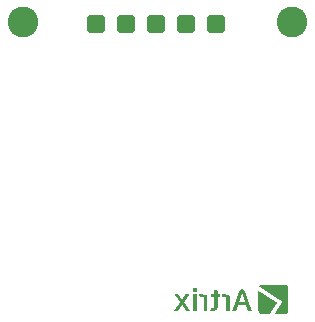
<source format=gbs>
G04*
G04 #@! TF.GenerationSoftware,Altium Limited,Altium Designer,22.5.1 (42)*
G04*
G04 Layer_Color=16711935*
%FSLAX25Y25*%
%MOIN*%
G70*
G04*
G04 #@! TF.SameCoordinates,AC3B2383-AE7F-4156-BF80-1B445AE1BA2C*
G04*
G04*
G04 #@! TF.FilePolarity,Negative*
G04*
G01*
G75*
G04:AMPARAMS|DCode=14|XSize=63.06mil|YSize=63.06mil|CornerRadius=16.76mil|HoleSize=0mil|Usage=FLASHONLY|Rotation=0.000|XOffset=0mil|YOffset=0mil|HoleType=Round|Shape=RoundedRectangle|*
%AMROUNDEDRECTD14*
21,1,0.06306,0.02953,0,0,0.0*
21,1,0.02953,0.06306,0,0,0.0*
1,1,0.03353,0.01476,-0.01476*
1,1,0.03353,-0.01476,-0.01476*
1,1,0.03353,-0.01476,0.01476*
1,1,0.03353,0.01476,0.01476*
%
%ADD14ROUNDEDRECTD14*%
%ADD15C,0.10243*%
G36*
X73635Y21569D02*
X73813D01*
Y21543D01*
X73890D01*
Y21518D01*
X73941D01*
Y21492D01*
X73966D01*
Y21467D01*
X74017D01*
Y21441D01*
X74043D01*
Y21416D01*
X74068D01*
Y21365D01*
X74094D01*
Y21314D01*
X74119D01*
Y21263D01*
X74145D01*
Y21161D01*
X74170D01*
Y20600D01*
X74145D01*
Y20498D01*
X74119D01*
Y20447D01*
X74094D01*
Y20395D01*
X74068D01*
Y20370D01*
X74043D01*
Y20345D01*
X74017D01*
Y20319D01*
X73992D01*
Y20293D01*
X73966D01*
Y20268D01*
X73915D01*
Y20243D01*
X73839D01*
Y20217D01*
X73737D01*
Y20191D01*
X73226D01*
Y20217D01*
X73099D01*
Y20243D01*
X73048D01*
Y20268D01*
X72997D01*
Y20293D01*
X72946D01*
Y20319D01*
X72921D01*
Y20345D01*
X72895D01*
Y20395D01*
X72869D01*
Y20421D01*
X72844D01*
Y20472D01*
X72818D01*
Y20549D01*
X72793D01*
Y20727D01*
X72768D01*
Y21033D01*
X72793D01*
Y21212D01*
X72818D01*
Y21288D01*
X72844D01*
Y21339D01*
X72869D01*
Y21390D01*
X72895D01*
Y21416D01*
X72921D01*
Y21441D01*
X72946D01*
Y21467D01*
X72971D01*
Y21492D01*
X73023D01*
Y21518D01*
X73074D01*
Y21543D01*
X73150D01*
Y21569D01*
X73303D01*
Y21594D01*
X73635D01*
Y21569D01*
D02*
G37*
G36*
X71671Y19375D02*
X71645D01*
Y19350D01*
X71620D01*
Y19299D01*
X71594D01*
Y19273D01*
X71569D01*
Y19248D01*
X71543D01*
Y19197D01*
X71518D01*
Y19171D01*
X71492D01*
Y19120D01*
X71467D01*
Y19095D01*
X71441D01*
Y19044D01*
X71416D01*
Y19018D01*
X71390D01*
Y18993D01*
X71365D01*
Y18942D01*
X71339D01*
Y18916D01*
X71314D01*
Y18865D01*
X71288D01*
Y18840D01*
X71263D01*
Y18789D01*
X71237D01*
Y18763D01*
X71212D01*
Y18712D01*
X71186D01*
Y18687D01*
X71161D01*
Y18661D01*
X71135D01*
Y18610D01*
X71110D01*
Y18585D01*
X71084D01*
Y18534D01*
X71059D01*
Y18508D01*
X71033D01*
Y18457D01*
X71008D01*
Y18432D01*
X70982D01*
Y18406D01*
X70957D01*
Y18355D01*
X70931D01*
Y18330D01*
X70906D01*
Y18279D01*
X70880D01*
Y18253D01*
X70855D01*
Y18202D01*
X70829D01*
Y18177D01*
X70804D01*
Y18126D01*
X70778D01*
Y18100D01*
X70753D01*
Y18075D01*
X70727D01*
Y18024D01*
X70702D01*
Y17998D01*
X70676D01*
Y17947D01*
X70651D01*
Y17922D01*
X70625D01*
Y17871D01*
X70600D01*
Y17845D01*
X70574D01*
Y17794D01*
X70549D01*
Y17769D01*
X70523D01*
Y17743D01*
X70498D01*
Y17692D01*
X70472D01*
Y17667D01*
X70447D01*
Y17616D01*
X70421D01*
Y17590D01*
X70396D01*
Y17539D01*
X70370D01*
Y17514D01*
X70345D01*
Y17488D01*
X70319D01*
Y17437D01*
X70294D01*
Y17412D01*
X70268D01*
Y17361D01*
X70243D01*
Y17335D01*
X70217D01*
Y17284D01*
X70192D01*
Y17259D01*
X70166D01*
Y17233D01*
X70141D01*
Y17182D01*
X70115D01*
Y17157D01*
X70090D01*
Y17106D01*
X70064D01*
Y17080D01*
X70039D01*
Y17029D01*
X70013D01*
Y17004D01*
X69988D01*
Y16978D01*
X69962D01*
Y16927D01*
X69937D01*
Y16902D01*
X69911D01*
Y16851D01*
X69886D01*
Y16800D01*
X69911D01*
Y16749D01*
X69937D01*
Y16723D01*
X69962D01*
Y16672D01*
X69988D01*
Y16646D01*
X70013D01*
Y16596D01*
X70039D01*
Y16570D01*
X70064D01*
Y16544D01*
X70090D01*
Y16493D01*
X70115D01*
Y16468D01*
X70141D01*
Y16417D01*
X70166D01*
Y16391D01*
X70192D01*
Y16341D01*
X70217D01*
Y16315D01*
X70243D01*
Y16289D01*
X70268D01*
Y16239D01*
X70294D01*
Y16213D01*
X70319D01*
Y16162D01*
X70345D01*
Y16137D01*
X70370D01*
Y16111D01*
X70396D01*
Y16060D01*
X70421D01*
Y16035D01*
X70447D01*
Y15983D01*
X70472D01*
Y15958D01*
X70498D01*
Y15907D01*
X70523D01*
Y15881D01*
X70549D01*
Y15856D01*
X70574D01*
Y15805D01*
X70600D01*
Y15779D01*
X70625D01*
Y15728D01*
X70651D01*
Y15703D01*
X70676D01*
Y15652D01*
X70702D01*
Y15626D01*
X70727D01*
Y15601D01*
X70753D01*
Y15550D01*
X70778D01*
Y15524D01*
X70804D01*
Y15473D01*
X70829D01*
Y15448D01*
X70855D01*
Y15397D01*
X70880D01*
Y15371D01*
X70906D01*
Y15346D01*
X70931D01*
Y15295D01*
X70957D01*
Y15269D01*
X70982D01*
Y15218D01*
X71008D01*
Y15193D01*
X71033D01*
Y15142D01*
X71059D01*
Y15116D01*
X71084D01*
Y15091D01*
X71110D01*
Y15040D01*
X71135D01*
Y15014D01*
X71161D01*
Y14963D01*
X71186D01*
Y14938D01*
X71212D01*
Y14887D01*
X71237D01*
Y14861D01*
X71263D01*
Y14836D01*
X71288D01*
Y14785D01*
X71314D01*
Y14759D01*
X71339D01*
Y14708D01*
X71365D01*
Y14683D01*
X71390D01*
Y14632D01*
X71416D01*
Y14606D01*
X71441D01*
Y14581D01*
X71467D01*
Y14530D01*
X71492D01*
Y14504D01*
X71518D01*
Y14453D01*
X71543D01*
Y14428D01*
X71569D01*
Y14377D01*
X71594D01*
Y14351D01*
X71620D01*
Y14326D01*
X71645D01*
Y14275D01*
X71671D01*
Y14249D01*
X71696D01*
Y14198D01*
X71722D01*
Y14173D01*
X71747D01*
Y14147D01*
X71773D01*
Y14096D01*
X71798D01*
Y14071D01*
X71824D01*
Y14020D01*
X70574D01*
Y14045D01*
X70549D01*
Y14071D01*
X70523D01*
Y14122D01*
X70498D01*
Y14147D01*
X70472D01*
Y14198D01*
X70447D01*
Y14224D01*
X70421D01*
Y14275D01*
X70396D01*
Y14300D01*
X70370D01*
Y14351D01*
X70345D01*
Y14377D01*
X70319D01*
Y14428D01*
X70294D01*
Y14453D01*
X70268D01*
Y14504D01*
X70243D01*
Y14530D01*
X70217D01*
Y14581D01*
X70192D01*
Y14606D01*
X70166D01*
Y14657D01*
X70141D01*
Y14683D01*
X70115D01*
Y14734D01*
X70090D01*
Y14759D01*
X70064D01*
Y14810D01*
X70039D01*
Y14836D01*
X70013D01*
Y14887D01*
X69988D01*
Y14912D01*
X69962D01*
Y14963D01*
X69937D01*
Y14989D01*
X69911D01*
Y15040D01*
X69886D01*
Y15065D01*
X69860D01*
Y15116D01*
X69835D01*
Y15142D01*
X69809D01*
Y15193D01*
X69784D01*
Y15218D01*
X69758D01*
Y15269D01*
X69733D01*
Y15295D01*
X69707D01*
Y15346D01*
X69682D01*
Y15371D01*
X69656D01*
Y15422D01*
X69631D01*
Y15448D01*
X69605D01*
Y15499D01*
X69580D01*
Y15524D01*
X69554D01*
Y15575D01*
X69529D01*
Y15601D01*
X69503D01*
Y15652D01*
X69477D01*
Y15677D01*
X69452D01*
Y15728D01*
X69427D01*
Y15754D01*
X69401D01*
Y15805D01*
X69375D01*
Y15856D01*
X69350D01*
Y15881D01*
X69324D01*
Y15933D01*
X69299D01*
Y15958D01*
X69248D01*
Y15907D01*
X69222D01*
Y15881D01*
X69197D01*
Y15830D01*
X69172D01*
Y15805D01*
X69146D01*
Y15754D01*
X69121D01*
Y15728D01*
X69095D01*
Y15677D01*
X69069D01*
Y15652D01*
X69044D01*
Y15601D01*
X69019D01*
Y15575D01*
X68993D01*
Y15524D01*
X68967D01*
Y15499D01*
X68942D01*
Y15448D01*
X68916D01*
Y15422D01*
X68891D01*
Y15371D01*
X68866D01*
Y15346D01*
X68840D01*
Y15295D01*
X68814D01*
Y15269D01*
X68789D01*
Y15218D01*
X68764D01*
Y15193D01*
X68738D01*
Y15142D01*
X68713D01*
Y15116D01*
X68687D01*
Y15091D01*
X68661D01*
Y15040D01*
X68636D01*
Y15014D01*
X68610D01*
Y14963D01*
X68585D01*
Y14938D01*
X68559D01*
Y14887D01*
X68534D01*
Y14861D01*
X68508D01*
Y14810D01*
X68483D01*
Y14785D01*
X68457D01*
Y14734D01*
X68432D01*
Y14708D01*
X68406D01*
Y14657D01*
X68381D01*
Y14632D01*
X68355D01*
Y14581D01*
X68330D01*
Y14555D01*
X68304D01*
Y14504D01*
X68279D01*
Y14479D01*
X68253D01*
Y14428D01*
X68228D01*
Y14402D01*
X68202D01*
Y14351D01*
X68177D01*
Y14326D01*
X68151D01*
Y14275D01*
X68126D01*
Y14249D01*
X68100D01*
Y14198D01*
X68075D01*
Y14173D01*
X68049D01*
Y14122D01*
X68024D01*
Y14096D01*
X67998D01*
Y14045D01*
X67973D01*
Y14020D01*
X66621D01*
Y14071D01*
X66647D01*
Y14096D01*
X66672D01*
Y14122D01*
X66698D01*
Y14173D01*
X66723D01*
Y14198D01*
X66749D01*
Y14249D01*
X66774D01*
Y14275D01*
X66800D01*
Y14326D01*
X66825D01*
Y14351D01*
X66851D01*
Y14377D01*
X66876D01*
Y14428D01*
X66902D01*
Y14453D01*
X66927D01*
Y14504D01*
X66953D01*
Y14530D01*
X66978D01*
Y14581D01*
X67004D01*
Y14606D01*
X67029D01*
Y14632D01*
X67055D01*
Y14683D01*
X67080D01*
Y14708D01*
X67106D01*
Y14759D01*
X67131D01*
Y14785D01*
X67157D01*
Y14836D01*
X67182D01*
Y14861D01*
X67208D01*
Y14912D01*
X67233D01*
Y14938D01*
X67259D01*
Y14963D01*
X67284D01*
Y15014D01*
X67310D01*
Y15040D01*
X67335D01*
Y15091D01*
X67361D01*
Y15116D01*
X67386D01*
Y15167D01*
X67412D01*
Y15193D01*
X67437D01*
Y15218D01*
X67463D01*
Y15269D01*
X67488D01*
Y15295D01*
X67514D01*
Y15346D01*
X67539D01*
Y15371D01*
X67565D01*
Y15397D01*
X67590D01*
Y15448D01*
X67616D01*
Y15473D01*
X67641D01*
Y15524D01*
X67667D01*
Y15550D01*
X67692D01*
Y15601D01*
X67718D01*
Y15626D01*
X67743D01*
Y15652D01*
X67769D01*
Y15703D01*
X67794D01*
Y15728D01*
X67820D01*
Y15779D01*
X67845D01*
Y15805D01*
X67871D01*
Y15856D01*
X67896D01*
Y15881D01*
X67922D01*
Y15907D01*
X67947D01*
Y15958D01*
X67973D01*
Y15983D01*
X67998D01*
Y16035D01*
X68024D01*
Y16060D01*
X68049D01*
Y16111D01*
X68075D01*
Y16137D01*
X68100D01*
Y16162D01*
X68126D01*
Y16213D01*
X68151D01*
Y16239D01*
X68177D01*
Y16289D01*
X68202D01*
Y16315D01*
X68228D01*
Y16366D01*
X68253D01*
Y16391D01*
X68279D01*
Y16417D01*
X68304D01*
Y16468D01*
X68330D01*
Y16493D01*
X68355D01*
Y16544D01*
X68381D01*
Y16570D01*
X68406D01*
Y16621D01*
X68432D01*
Y16646D01*
X68457D01*
Y16672D01*
X68483D01*
Y16723D01*
X68508D01*
Y16749D01*
X68534D01*
Y16800D01*
X68559D01*
Y16825D01*
X68585D01*
Y16851D01*
X68559D01*
Y16902D01*
X68534D01*
Y16927D01*
X68508D01*
Y16978D01*
X68483D01*
Y17004D01*
X68457D01*
Y17055D01*
X68432D01*
Y17080D01*
X68406D01*
Y17106D01*
X68381D01*
Y17157D01*
X68355D01*
Y17182D01*
X68330D01*
Y17233D01*
X68304D01*
Y17259D01*
X68279D01*
Y17310D01*
X68253D01*
Y17335D01*
X68228D01*
Y17386D01*
X68202D01*
Y17412D01*
X68177D01*
Y17437D01*
X68151D01*
Y17488D01*
X68126D01*
Y17514D01*
X68100D01*
Y17565D01*
X68075D01*
Y17590D01*
X68049D01*
Y17641D01*
X68024D01*
Y17667D01*
X67998D01*
Y17692D01*
X67973D01*
Y17743D01*
X67947D01*
Y17769D01*
X67922D01*
Y17820D01*
X67896D01*
Y17845D01*
X67871D01*
Y17871D01*
X67845D01*
Y17922D01*
X67820D01*
Y17947D01*
X67794D01*
Y17998D01*
X67769D01*
Y18024D01*
X67743D01*
Y18075D01*
X67718D01*
Y18100D01*
X67692D01*
Y18126D01*
X67667D01*
Y18177D01*
X67641D01*
Y18202D01*
X67616D01*
Y18253D01*
X67590D01*
Y18279D01*
X67565D01*
Y18330D01*
X67539D01*
Y18355D01*
X67514D01*
Y18381D01*
X67488D01*
Y18432D01*
X67463D01*
Y18457D01*
X67437D01*
Y18508D01*
X67412D01*
Y18534D01*
X67386D01*
Y18559D01*
X67361D01*
Y18610D01*
X67335D01*
Y18636D01*
X67310D01*
Y18687D01*
X67284D01*
Y18712D01*
X67259D01*
Y18763D01*
X67233D01*
Y18789D01*
X67208D01*
Y18814D01*
X67182D01*
Y18865D01*
X67157D01*
Y18891D01*
X67131D01*
Y18942D01*
X67106D01*
Y18967D01*
X67080D01*
Y19018D01*
X67055D01*
Y19044D01*
X67029D01*
Y19069D01*
X67004D01*
Y19120D01*
X66978D01*
Y19146D01*
X66953D01*
Y19197D01*
X66927D01*
Y19222D01*
X66902D01*
Y19273D01*
X66876D01*
Y19299D01*
X66851D01*
Y19324D01*
X66825D01*
Y19375D01*
X66800D01*
Y19401D01*
X66774D01*
Y19426D01*
X68024D01*
Y19401D01*
X68049D01*
Y19350D01*
X68075D01*
Y19324D01*
X68100D01*
Y19273D01*
X68126D01*
Y19248D01*
X68151D01*
Y19197D01*
X68177D01*
Y19171D01*
X68202D01*
Y19120D01*
X68228D01*
Y19095D01*
X68253D01*
Y19044D01*
X68279D01*
Y19018D01*
X68304D01*
Y18967D01*
X68330D01*
Y18916D01*
X68355D01*
Y18891D01*
X68381D01*
Y18840D01*
X68406D01*
Y18814D01*
X68432D01*
Y18763D01*
X68457D01*
Y18738D01*
X68483D01*
Y18687D01*
X68508D01*
Y18661D01*
X68534D01*
Y18610D01*
X68559D01*
Y18585D01*
X68585D01*
Y18534D01*
X68610D01*
Y18508D01*
X68636D01*
Y18457D01*
X68661D01*
Y18432D01*
X68687D01*
Y18381D01*
X68713D01*
Y18355D01*
X68738D01*
Y18304D01*
X68764D01*
Y18279D01*
X68789D01*
Y18228D01*
X68814D01*
Y18202D01*
X68840D01*
Y18151D01*
X68866D01*
Y18126D01*
X68891D01*
Y18100D01*
X68916D01*
Y18049D01*
X68942D01*
Y18024D01*
X68967D01*
Y17973D01*
X68993D01*
Y17947D01*
X69019D01*
Y17896D01*
X69044D01*
Y17871D01*
X69069D01*
Y17820D01*
X69095D01*
Y17794D01*
X69121D01*
Y17743D01*
X69146D01*
Y17718D01*
X69172D01*
Y17692D01*
X69197D01*
Y17718D01*
X69222D01*
Y17743D01*
X69248D01*
Y17794D01*
X69274D01*
Y17820D01*
X69299D01*
Y17871D01*
X69324D01*
Y17896D01*
X69350D01*
Y17947D01*
X69375D01*
Y17973D01*
X69401D01*
Y18024D01*
X69427D01*
Y18049D01*
X69452D01*
Y18100D01*
X69477D01*
Y18126D01*
X69503D01*
Y18177D01*
X69529D01*
Y18202D01*
X69554D01*
Y18253D01*
X69580D01*
Y18279D01*
X69605D01*
Y18330D01*
X69631D01*
Y18355D01*
X69656D01*
Y18406D01*
X69682D01*
Y18432D01*
X69707D01*
Y18483D01*
X69733D01*
Y18508D01*
X69758D01*
Y18559D01*
X69784D01*
Y18585D01*
X69809D01*
Y18636D01*
X69835D01*
Y18661D01*
X69860D01*
Y18712D01*
X69886D01*
Y18738D01*
X69911D01*
Y18789D01*
X69937D01*
Y18814D01*
X69962D01*
Y18865D01*
X69988D01*
Y18891D01*
X70013D01*
Y18942D01*
X70039D01*
Y18967D01*
X70064D01*
Y19018D01*
X70090D01*
Y19044D01*
X70115D01*
Y19069D01*
X70141D01*
Y19120D01*
X70166D01*
Y19146D01*
X70192D01*
Y19197D01*
X70217D01*
Y19222D01*
X70243D01*
Y19273D01*
X70268D01*
Y19299D01*
X70294D01*
Y19350D01*
X70319D01*
Y19375D01*
X70345D01*
Y19426D01*
X71671D01*
Y19375D01*
D02*
G37*
G36*
X75930Y19452D02*
X76185D01*
Y19426D01*
X76363D01*
Y19401D01*
X76516D01*
Y19375D01*
X76644D01*
Y19350D01*
X76746D01*
Y19324D01*
X76848D01*
Y19299D01*
X76950D01*
Y19273D01*
X77026D01*
Y19248D01*
X77103D01*
Y19222D01*
X77180D01*
Y19197D01*
X77256D01*
Y19171D01*
X77307D01*
Y19146D01*
X77358D01*
Y19120D01*
X77435D01*
Y19095D01*
X77486D01*
Y19069D01*
X77537D01*
Y19044D01*
X77588D01*
Y19018D01*
X77613D01*
Y18916D01*
X77639D01*
Y18559D01*
X77664D01*
Y14020D01*
X76516D01*
Y17871D01*
X76491D01*
Y18330D01*
X76465D01*
Y18406D01*
X76389D01*
Y18432D01*
X76338D01*
Y18457D01*
X76236D01*
Y18483D01*
X76159D01*
Y18508D01*
X76032D01*
Y18534D01*
X75853D01*
Y18559D01*
X75063D01*
Y18738D01*
X75037D01*
Y18993D01*
X75012D01*
Y19248D01*
X74986D01*
Y19452D01*
X75012D01*
Y19477D01*
X75930D01*
Y19452D01*
D02*
G37*
G36*
X74068Y14020D02*
X72921D01*
Y14045D01*
X72895D01*
Y18865D01*
Y18891D01*
Y19426D01*
X74068D01*
Y14020D01*
D02*
G37*
G36*
X83912Y16672D02*
Y18228D01*
X83887D01*
Y18381D01*
X83861D01*
Y18406D01*
X83810D01*
Y18432D01*
X83734D01*
Y18457D01*
X83657D01*
Y18483D01*
X83555D01*
Y18508D01*
X83428D01*
Y18534D01*
X83249D01*
Y18559D01*
X82484D01*
Y18636D01*
X82459D01*
Y18891D01*
X82433D01*
Y19146D01*
X82408D01*
Y19401D01*
X82382D01*
Y19452D01*
X82408D01*
Y19477D01*
X83326D01*
Y19452D01*
X83581D01*
Y19426D01*
X83759D01*
Y19401D01*
X83912D01*
Y19375D01*
X84040D01*
Y19350D01*
X84167D01*
Y19324D01*
X84269D01*
Y19299D01*
X84346D01*
Y19273D01*
X84448D01*
Y19248D01*
X84525D01*
Y19222D01*
X84575D01*
Y19197D01*
X84652D01*
Y19171D01*
X84728D01*
Y19146D01*
X84780D01*
Y19120D01*
X84831D01*
Y19095D01*
X84882D01*
Y19069D01*
X84933D01*
Y19044D01*
X84984D01*
Y19018D01*
X85035D01*
Y18789D01*
X85060D01*
Y18228D01*
X85086D01*
Y14045D01*
X85060D01*
Y14020D01*
X83938D01*
Y14045D01*
X83912D01*
Y16646D01*
Y16672D01*
D02*
G37*
G36*
X80954Y14759D02*
Y14708D01*
X80928D01*
Y14632D01*
X80903D01*
Y14581D01*
X80878D01*
Y14555D01*
X80852D01*
Y14504D01*
X80826D01*
Y14479D01*
X80801D01*
Y14428D01*
X80775D01*
Y14402D01*
X80750D01*
Y14377D01*
X80725D01*
Y14351D01*
X80699D01*
Y14326D01*
X80673D01*
Y14300D01*
X80648D01*
Y14275D01*
X80597D01*
Y14249D01*
X80572D01*
Y14224D01*
X80546D01*
Y14198D01*
X80495D01*
Y14173D01*
X80444D01*
Y14147D01*
X80393D01*
Y14122D01*
X80342D01*
Y14096D01*
X80265D01*
Y14071D01*
X80189D01*
Y14045D01*
X80087D01*
Y14020D01*
X79959D01*
Y13994D01*
X79704D01*
Y13969D01*
X79322D01*
Y13994D01*
X79016D01*
Y14020D01*
X78837D01*
Y14045D01*
X78684D01*
Y14173D01*
X78710D01*
Y14428D01*
X78735D01*
Y14657D01*
X78761D01*
Y14861D01*
X78786D01*
Y14887D01*
X78939D01*
Y14861D01*
X79347D01*
Y14887D01*
X79500D01*
Y14912D01*
X79577D01*
Y14938D01*
X79653D01*
Y14963D01*
X79679D01*
Y14989D01*
X79730D01*
Y15014D01*
X79755D01*
Y15040D01*
X79781D01*
Y15091D01*
X79806D01*
Y15116D01*
X79832D01*
Y15167D01*
X79857D01*
Y15244D01*
X79883D01*
Y15346D01*
X79908D01*
Y18559D01*
X79883D01*
Y18585D01*
X78786D01*
Y19426D01*
X79908D01*
Y20931D01*
X80010D01*
Y20906D01*
X80189D01*
Y20880D01*
X80342D01*
Y20855D01*
X80495D01*
Y20829D01*
X80673D01*
Y20804D01*
X80826D01*
Y20778D01*
X80980D01*
Y20753D01*
X81082D01*
Y19426D01*
X81974D01*
Y18585D01*
X81082D01*
Y15320D01*
X81056D01*
Y15065D01*
X81031D01*
Y14938D01*
X81005D01*
Y14836D01*
X80980D01*
Y14759D01*
X80954D01*
D02*
G37*
G36*
X86029Y14071D02*
Y14122D01*
X86055D01*
Y14198D01*
X86080D01*
Y14275D01*
X86106D01*
Y14351D01*
X86131D01*
Y14428D01*
X86157D01*
Y14504D01*
X86182D01*
Y14581D01*
X86208D01*
Y14657D01*
X86233D01*
Y14734D01*
X86259D01*
Y14810D01*
X86284D01*
Y14887D01*
X86310D01*
Y14963D01*
X86335D01*
Y15040D01*
X86361D01*
Y15116D01*
X86386D01*
Y15167D01*
X86412D01*
Y15244D01*
X86437D01*
Y15320D01*
X86463D01*
Y15397D01*
X86488D01*
Y15473D01*
X86514D01*
Y15550D01*
X86539D01*
Y15626D01*
X86565D01*
Y15703D01*
X86590D01*
Y15779D01*
X86616D01*
Y15856D01*
X86641D01*
Y15933D01*
X86667D01*
Y16009D01*
X86692D01*
Y16085D01*
X86718D01*
Y16162D01*
X86743D01*
Y16239D01*
X86769D01*
Y16315D01*
X86794D01*
Y16391D01*
X86820D01*
Y16468D01*
X86845D01*
Y16544D01*
X86871D01*
Y16621D01*
X86896D01*
Y16698D01*
X86922D01*
Y16774D01*
X86947D01*
Y16851D01*
X86973D01*
Y16927D01*
X86998D01*
Y17004D01*
X87024D01*
Y17080D01*
X87049D01*
Y17157D01*
X87075D01*
Y17233D01*
X87100D01*
Y17310D01*
X87126D01*
Y17386D01*
X87151D01*
Y17463D01*
X87177D01*
Y17539D01*
X87202D01*
Y17616D01*
X87228D01*
Y17692D01*
X87253D01*
Y17743D01*
X87279D01*
Y17820D01*
X87304D01*
Y17896D01*
X87330D01*
Y17973D01*
X87355D01*
Y18049D01*
X87381D01*
Y18126D01*
X87406D01*
Y18202D01*
X87432D01*
Y18279D01*
X87457D01*
Y18355D01*
X87483D01*
Y18432D01*
X87508D01*
Y18508D01*
X87534D01*
Y18585D01*
X87559D01*
Y18661D01*
X87585D01*
Y18738D01*
X87610D01*
Y18814D01*
X87636D01*
Y18891D01*
X87661D01*
Y18967D01*
X87687D01*
Y19044D01*
X87713D01*
Y19120D01*
X87738D01*
Y19197D01*
X87764D01*
Y19248D01*
X87789D01*
Y19324D01*
X87814D01*
Y19401D01*
X87840D01*
Y19477D01*
X87866D01*
Y19554D01*
X87891D01*
Y19630D01*
X87916D01*
Y19707D01*
X87942D01*
Y19783D01*
X87967D01*
Y19860D01*
X87993D01*
Y19937D01*
X88019D01*
Y20013D01*
X88044D01*
Y20089D01*
X88069D01*
Y20166D01*
X88095D01*
Y20243D01*
X88121D01*
Y20319D01*
X88146D01*
Y20395D01*
X88171D01*
Y20447D01*
X88197D01*
Y20498D01*
X88222D01*
Y20549D01*
X88248D01*
Y20600D01*
X88274D01*
Y20651D01*
X88299D01*
Y20676D01*
X88324D01*
Y20727D01*
X88350D01*
Y20753D01*
X88376D01*
Y20778D01*
X88401D01*
Y20829D01*
X88427D01*
Y20855D01*
X88452D01*
Y20880D01*
X88477D01*
Y20906D01*
X88529D01*
Y20931D01*
X88554D01*
Y20957D01*
X88580D01*
Y20982D01*
X88631D01*
Y21008D01*
X88682D01*
Y21033D01*
X88733D01*
Y21059D01*
X88784D01*
Y21084D01*
X88860D01*
Y21110D01*
X88962D01*
Y21135D01*
X89421D01*
Y21110D01*
X89523D01*
Y21084D01*
X89600D01*
Y21059D01*
X89651D01*
Y21033D01*
X89702D01*
Y21008D01*
X89753D01*
Y20982D01*
X89804D01*
Y20957D01*
X89829D01*
Y20931D01*
X89855D01*
Y20906D01*
X89880D01*
Y20880D01*
X89931D01*
Y20855D01*
X89957D01*
Y20804D01*
X89982D01*
Y20778D01*
X90008D01*
Y20753D01*
X90033D01*
Y20727D01*
X90059D01*
Y20676D01*
X90084D01*
Y20651D01*
X90110D01*
Y20600D01*
X90135D01*
Y20549D01*
X90161D01*
Y20498D01*
X90186D01*
Y20447D01*
X90212D01*
Y20395D01*
X90237D01*
Y20319D01*
X90263D01*
Y20243D01*
X90288D01*
Y20166D01*
X90314D01*
Y20089D01*
X90339D01*
Y20039D01*
X90365D01*
Y19962D01*
X90390D01*
Y19885D01*
X90416D01*
Y19809D01*
X90441D01*
Y19733D01*
X90467D01*
Y19656D01*
X90492D01*
Y19579D01*
X90518D01*
Y19503D01*
X90543D01*
Y19426D01*
X90569D01*
Y19350D01*
X90594D01*
Y19299D01*
X90620D01*
Y19222D01*
X90645D01*
Y19146D01*
X90671D01*
Y19069D01*
X90696D01*
Y18993D01*
X90722D01*
Y18916D01*
X90747D01*
Y18840D01*
X90773D01*
Y18763D01*
X90798D01*
Y18687D01*
X90824D01*
Y18610D01*
X90849D01*
Y18534D01*
X90875D01*
Y18457D01*
X90900D01*
Y18381D01*
X90926D01*
Y18304D01*
X90951D01*
Y18228D01*
X90977D01*
Y18177D01*
X91002D01*
Y18100D01*
X91028D01*
Y18024D01*
X91053D01*
Y17947D01*
X91079D01*
Y17871D01*
X91104D01*
Y17794D01*
X91130D01*
Y17718D01*
X91155D01*
Y17641D01*
X91181D01*
Y17565D01*
X91206D01*
Y17488D01*
X91232D01*
Y17412D01*
X91257D01*
Y17335D01*
X91283D01*
Y17259D01*
X91308D01*
Y17182D01*
X91334D01*
Y17131D01*
X91359D01*
Y17055D01*
X91385D01*
Y16978D01*
X91410D01*
Y16902D01*
X91436D01*
Y16825D01*
X91461D01*
Y16749D01*
X91487D01*
Y16672D01*
X91513D01*
Y16596D01*
X91538D01*
Y16519D01*
X91563D01*
Y16443D01*
X91589D01*
Y16391D01*
X91615D01*
Y16315D01*
X91640D01*
Y16239D01*
X91666D01*
Y16162D01*
X91691D01*
Y16085D01*
X91716D01*
Y16009D01*
X91742D01*
Y15933D01*
X91768D01*
Y15856D01*
X91793D01*
Y15779D01*
X91818D01*
Y15703D01*
X91844D01*
Y15652D01*
X91869D01*
Y15575D01*
X91895D01*
Y15499D01*
X91921D01*
Y15422D01*
X91946D01*
Y15346D01*
X91971D01*
Y15269D01*
X91997D01*
Y15193D01*
X92023D01*
Y15116D01*
X92048D01*
Y15040D01*
X92074D01*
Y14963D01*
X92099D01*
Y14887D01*
X92124D01*
Y14810D01*
X92150D01*
Y14734D01*
X92176D01*
Y14683D01*
X92201D01*
Y14606D01*
X92226D01*
Y14530D01*
X92252D01*
Y14453D01*
X92277D01*
Y14377D01*
X92303D01*
Y14300D01*
X92329D01*
Y14224D01*
X92354D01*
Y14147D01*
X92380D01*
Y14071D01*
X92405D01*
Y14020D01*
X91130D01*
Y14071D01*
X91104D01*
Y14147D01*
X91079D01*
Y14224D01*
X91053D01*
Y14326D01*
X91028D01*
Y14402D01*
X91002D01*
Y14479D01*
X90977D01*
Y14555D01*
X90951D01*
Y14632D01*
X90926D01*
Y14734D01*
X90900D01*
Y14810D01*
X90875D01*
Y14887D01*
X90849D01*
Y14963D01*
X90824D01*
Y15040D01*
X90798D01*
Y15116D01*
X90773D01*
Y15218D01*
X90747D01*
Y15295D01*
X90722D01*
Y15371D01*
X90696D01*
Y15448D01*
X90671D01*
Y15524D01*
X90645D01*
Y15626D01*
X90620D01*
Y15703D01*
X90594D01*
Y15779D01*
X90569D01*
Y15856D01*
X90543D01*
Y15907D01*
X90033D01*
X90008D01*
X87942D01*
Y15881D01*
X87916D01*
Y15805D01*
X87891D01*
Y15728D01*
X87866D01*
Y15652D01*
X87840D01*
Y15575D01*
X87814D01*
Y15499D01*
X87789D01*
Y15422D01*
X87764D01*
Y15346D01*
X87738D01*
Y15269D01*
X87713D01*
Y15193D01*
X87687D01*
Y15116D01*
X87661D01*
Y15014D01*
X87636D01*
Y14938D01*
X87610D01*
Y14861D01*
X87585D01*
Y14785D01*
X87559D01*
Y14708D01*
X87534D01*
Y14632D01*
X87508D01*
Y14555D01*
X87483D01*
Y14479D01*
X87457D01*
Y14402D01*
X87432D01*
Y14326D01*
X87406D01*
Y14249D01*
X87381D01*
Y14147D01*
X87355D01*
Y14071D01*
X87330D01*
Y14020D01*
X86029D01*
Y14045D01*
X86004D01*
Y14071D01*
X86029D01*
D02*
G37*
G36*
X103627Y22716D02*
X103677D01*
Y22691D01*
X103780D01*
Y22665D01*
X103856D01*
Y22640D01*
X103907D01*
Y22614D01*
X103958D01*
Y22589D01*
X104009D01*
Y22563D01*
X104060D01*
Y22538D01*
X104111D01*
Y22512D01*
X104137D01*
Y22487D01*
X104162D01*
Y22461D01*
X104213D01*
Y22436D01*
X104239D01*
Y22410D01*
X104264D01*
Y22385D01*
X104290D01*
Y22359D01*
X104315D01*
Y22334D01*
X104341D01*
Y22308D01*
X104366D01*
Y22257D01*
X104392D01*
Y22232D01*
X104417D01*
Y22206D01*
X104443D01*
Y22155D01*
X104468D01*
Y22104D01*
X104494D01*
Y22053D01*
X104519D01*
Y22002D01*
X104545D01*
Y21926D01*
X104570D01*
Y21875D01*
X104596D01*
Y21773D01*
X104621D01*
Y17539D01*
Y17514D01*
Y13765D01*
X104596D01*
Y13663D01*
X104570D01*
Y13612D01*
X104545D01*
Y13535D01*
X104519D01*
Y13484D01*
X104494D01*
Y13433D01*
X104468D01*
Y13382D01*
X104443D01*
Y13331D01*
X104417D01*
Y13306D01*
X104392D01*
Y13280D01*
X104366D01*
Y13229D01*
X104341D01*
Y13204D01*
X104315D01*
Y13178D01*
X104290D01*
Y13153D01*
X104264D01*
Y13127D01*
X104239D01*
Y13102D01*
X104213D01*
Y13076D01*
X104162D01*
Y13051D01*
X104137D01*
Y13025D01*
X104111D01*
Y13000D01*
X104060D01*
Y12974D01*
X104009D01*
Y12949D01*
X103958D01*
Y12923D01*
X103907D01*
Y12898D01*
X103856D01*
Y12872D01*
X103780D01*
Y12846D01*
X103677D01*
Y12821D01*
X100005D01*
Y12846D01*
X100031D01*
Y12898D01*
X100056D01*
Y12923D01*
X100082D01*
Y12949D01*
X100107D01*
Y13025D01*
X100133D01*
Y13051D01*
X100158D01*
Y13076D01*
X100184D01*
Y13127D01*
X100209D01*
Y13153D01*
X100235D01*
Y13178D01*
X100260D01*
Y13255D01*
X100286D01*
Y13280D01*
X100311D01*
Y13306D01*
X100337D01*
Y13357D01*
X100362D01*
Y13382D01*
X100388D01*
Y13408D01*
X100413D01*
Y13484D01*
X100439D01*
Y13535D01*
X100464D01*
Y13561D01*
X100490D01*
Y13586D01*
X100515D01*
Y13637D01*
X100541D01*
Y13688D01*
X100566D01*
Y13714D01*
X100592D01*
Y13765D01*
X100617D01*
Y13790D01*
X100643D01*
Y13816D01*
X100668D01*
Y13892D01*
X100719D01*
Y13918D01*
X100745D01*
Y13994D01*
X100770D01*
Y14045D01*
X100796D01*
Y14071D01*
X100821D01*
Y14096D01*
X100847D01*
Y14147D01*
X100872D01*
Y14198D01*
X100898D01*
Y14224D01*
X100923D01*
Y14275D01*
X100949D01*
Y14300D01*
X100974D01*
Y14326D01*
X101000D01*
Y14402D01*
X101025D01*
Y14428D01*
X101051D01*
Y14453D01*
X101076D01*
Y14504D01*
X101102D01*
Y14530D01*
X101127D01*
Y14606D01*
X101153D01*
Y14632D01*
X101178D01*
Y14657D01*
X101204D01*
Y14708D01*
X101229D01*
Y14734D01*
X101255D01*
Y14759D01*
X101280D01*
Y14836D01*
X101306D01*
Y14861D01*
X101331D01*
Y14912D01*
X101357D01*
Y14938D01*
X101382D01*
Y14963D01*
X101408D01*
Y15014D01*
X101433D01*
Y15040D01*
X101459D01*
Y15091D01*
X101484D01*
Y15142D01*
X101510D01*
Y15167D01*
X101535D01*
Y15218D01*
X101561D01*
Y15244D01*
X101586D01*
Y15269D01*
X101612D01*
Y15346D01*
X101637D01*
Y15371D01*
X101663D01*
Y15397D01*
X101688D01*
Y15448D01*
X101714D01*
Y15473D01*
X101739D01*
Y15524D01*
X101765D01*
Y15575D01*
X101790D01*
Y15601D01*
X101816D01*
Y15652D01*
X101841D01*
Y15677D01*
X101867D01*
Y15754D01*
X101892D01*
Y15779D01*
X101918D01*
Y15805D01*
X101943D01*
Y15856D01*
X101969D01*
Y15881D01*
X101994D01*
Y15907D01*
X102020D01*
Y15983D01*
X102045D01*
Y16009D01*
X102071D01*
Y16035D01*
X102096D01*
Y16085D01*
X102122D01*
Y16111D01*
X102147D01*
Y16137D01*
X102173D01*
Y16213D01*
X102198D01*
Y16264D01*
X102224D01*
Y16289D01*
X102249D01*
Y16315D01*
X102275D01*
Y16391D01*
X102326D01*
Y16417D01*
X102351D01*
Y16493D01*
X102377D01*
Y16519D01*
X102402D01*
Y16544D01*
X102428D01*
Y16596D01*
X102453D01*
Y16621D01*
X102479D01*
Y16646D01*
X102504D01*
Y16723D01*
X102530D01*
Y16749D01*
X102555D01*
Y16774D01*
X102581D01*
Y16825D01*
X102606D01*
Y16902D01*
X102632D01*
Y16927D01*
X102657D01*
Y16953D01*
X102683D01*
Y17029D01*
X102606D01*
Y17055D01*
X102581D01*
Y17080D01*
X102555D01*
Y17106D01*
X102504D01*
Y17131D01*
X102479D01*
Y17157D01*
X102453D01*
Y17182D01*
X102377D01*
Y17208D01*
X102351D01*
Y17233D01*
X102326D01*
Y17259D01*
X102275D01*
Y17284D01*
X102198D01*
Y17310D01*
X102173D01*
Y17335D01*
X102147D01*
Y17361D01*
X102096D01*
Y17386D01*
X102071D01*
Y17412D01*
X102045D01*
Y17437D01*
X101994D01*
Y17463D01*
X101969D01*
Y17488D01*
X101943D01*
Y17514D01*
X101867D01*
Y17539D01*
X101841D01*
Y17565D01*
X101816D01*
Y17590D01*
X101765D01*
Y17616D01*
X101739D01*
Y17641D01*
X101688D01*
Y17667D01*
X101637D01*
Y17692D01*
X101612D01*
Y17718D01*
X101586D01*
Y17743D01*
X101535D01*
Y17769D01*
X101510D01*
Y17794D01*
X101459D01*
Y17820D01*
X101408D01*
Y17845D01*
X101357D01*
Y17871D01*
X101331D01*
Y17896D01*
X101306D01*
Y17922D01*
X101229D01*
Y17947D01*
X101204D01*
Y17973D01*
X101178D01*
Y17998D01*
X101127D01*
Y18024D01*
X101102D01*
Y18049D01*
X101076D01*
Y18075D01*
X101000D01*
Y18100D01*
X100974D01*
Y18126D01*
X100949D01*
Y18151D01*
X100898D01*
Y18177D01*
X100872D01*
Y18202D01*
X100847D01*
Y18228D01*
X100770D01*
Y18253D01*
X100745D01*
Y18279D01*
X100719D01*
Y18304D01*
X100668D01*
Y18330D01*
X100643D01*
Y18355D01*
X100592D01*
Y18381D01*
X100566D01*
Y18406D01*
X100541D01*
Y18432D01*
X100464D01*
Y18457D01*
X100439D01*
Y18483D01*
X100388D01*
Y18508D01*
X100362D01*
Y18534D01*
X100311D01*
Y18559D01*
X100260D01*
Y18585D01*
X100235D01*
Y18610D01*
X100209D01*
Y18636D01*
X100158D01*
Y18661D01*
X100133D01*
Y18687D01*
X100082D01*
Y18712D01*
X100031D01*
Y18738D01*
X100005D01*
Y18763D01*
X99980D01*
Y18789D01*
X99928D01*
Y18814D01*
X99903D01*
Y18840D01*
X99852D01*
Y18865D01*
X99801D01*
Y18891D01*
X99775D01*
Y18916D01*
X99725D01*
Y18942D01*
X99699D01*
Y18967D01*
X99673D01*
Y18993D01*
X99622D01*
Y19018D01*
X99572D01*
Y19044D01*
X99520D01*
Y19069D01*
X99495D01*
Y19095D01*
X99470D01*
Y19120D01*
X99393D01*
Y19146D01*
X99367D01*
Y19171D01*
X99342D01*
Y19197D01*
X99291D01*
Y19222D01*
X99265D01*
Y19248D01*
X99240D01*
Y19273D01*
X99164D01*
Y19299D01*
X99138D01*
Y19324D01*
X99087D01*
Y19350D01*
X99061D01*
Y19375D01*
X99036D01*
Y19401D01*
X98985D01*
Y19426D01*
X98959D01*
Y19452D01*
X98908D01*
Y19477D01*
X98857D01*
Y19503D01*
X98832D01*
Y19528D01*
X98806D01*
Y19554D01*
X98755D01*
Y19579D01*
X98704D01*
Y19630D01*
X98628D01*
Y19656D01*
X98602D01*
Y19681D01*
X98551D01*
Y19707D01*
X98526D01*
Y19733D01*
X98475D01*
Y19758D01*
X98424D01*
Y19783D01*
X98398D01*
Y19809D01*
X98347D01*
Y19835D01*
X98322D01*
Y19860D01*
X98296D01*
Y19885D01*
X98245D01*
Y19911D01*
X98194D01*
Y19937D01*
X98169D01*
Y19962D01*
X98118D01*
Y19987D01*
X98092D01*
Y20013D01*
X98067D01*
Y20039D01*
X97990D01*
Y20064D01*
X97965D01*
Y20089D01*
X97939D01*
Y20115D01*
X97888D01*
Y20141D01*
X97863D01*
Y20166D01*
X97837D01*
Y20191D01*
X97761D01*
Y20217D01*
X97735D01*
Y20243D01*
X97684D01*
Y20268D01*
X97659D01*
Y20293D01*
X97608D01*
Y20319D01*
X97557D01*
Y20345D01*
X97531D01*
Y20370D01*
X97480D01*
Y20395D01*
X97455D01*
Y20421D01*
X97429D01*
Y20447D01*
X97378D01*
Y20472D01*
X97327D01*
Y20498D01*
X97302D01*
Y20523D01*
X97251D01*
Y20549D01*
X97225D01*
Y20574D01*
X97200D01*
Y20600D01*
X97149D01*
Y20625D01*
X97123D01*
Y20651D01*
X97098D01*
Y20676D01*
X97021D01*
Y20702D01*
X96996D01*
Y20727D01*
X96970D01*
Y20753D01*
X96919D01*
Y20778D01*
X96894D01*
Y20804D01*
X96868D01*
Y20829D01*
X96792D01*
Y20855D01*
X96741D01*
Y20880D01*
X96715D01*
Y20906D01*
X96690D01*
Y20931D01*
X96613D01*
Y20957D01*
X96588D01*
Y20982D01*
X96562D01*
Y21008D01*
X96511D01*
Y21033D01*
X96486D01*
Y21059D01*
X96460D01*
Y21084D01*
X96384D01*
Y21110D01*
X96358D01*
Y21135D01*
X96333D01*
Y21161D01*
X96282D01*
Y21186D01*
X96256D01*
Y21212D01*
X96231D01*
Y21237D01*
X96154D01*
Y21263D01*
X96128D01*
Y21288D01*
X96103D01*
Y21314D01*
X96052D01*
Y21339D01*
X96026D01*
Y21365D01*
X96001D01*
Y21390D01*
X95925D01*
Y21416D01*
X95899D01*
Y21441D01*
X95873D01*
Y21467D01*
X95823D01*
Y21492D01*
X95771D01*
Y21518D01*
X95720D01*
Y21543D01*
X95695D01*
Y21569D01*
X95644D01*
Y21594D01*
X95618D01*
Y21620D01*
X95593D01*
Y21645D01*
X95542D01*
Y21671D01*
X95517D01*
Y21696D01*
X95491D01*
Y21722D01*
X95415D01*
Y21747D01*
X95389D01*
Y21773D01*
X95363D01*
Y21798D01*
X95312D01*
Y21824D01*
X95287D01*
Y21849D01*
X95261D01*
Y21875D01*
X95185D01*
Y21900D01*
X95159D01*
Y21926D01*
X95134D01*
Y21951D01*
X95083D01*
Y21977D01*
X95057D01*
Y22002D01*
X95032D01*
Y22028D01*
X94955D01*
Y22053D01*
X94904D01*
Y22079D01*
X94879D01*
Y22104D01*
X94853D01*
Y22155D01*
X94879D01*
Y22181D01*
X94904D01*
Y22232D01*
X94930D01*
Y22257D01*
X94955D01*
Y22283D01*
X94981D01*
Y22334D01*
X95006D01*
Y22359D01*
X95032D01*
Y22385D01*
X95057D01*
Y22410D01*
X95083D01*
Y22436D01*
X95108D01*
Y22461D01*
X95159D01*
Y22487D01*
X95185D01*
Y22512D01*
X95210D01*
Y22538D01*
X95261D01*
Y22563D01*
X95312D01*
Y22589D01*
X95363D01*
Y22614D01*
X95415D01*
Y22640D01*
X95465D01*
Y22665D01*
X95542D01*
Y22691D01*
X95644D01*
Y22716D01*
X95695D01*
Y22742D01*
X103627D01*
Y22716D01*
D02*
G37*
G36*
X94726Y20600D02*
X94802D01*
Y20574D01*
X94853D01*
Y20549D01*
X94879D01*
Y20523D01*
X94904D01*
Y20498D01*
X94981D01*
Y20472D01*
X95006D01*
Y20447D01*
X95032D01*
Y20421D01*
X95083D01*
Y20395D01*
X95108D01*
Y20370D01*
X95134D01*
Y20345D01*
X95210D01*
Y20319D01*
X95236D01*
Y20293D01*
X95261D01*
Y20268D01*
X95312D01*
Y20243D01*
X95363D01*
Y20217D01*
X95415D01*
Y20191D01*
X95440D01*
Y20166D01*
X95491D01*
Y20141D01*
X95517D01*
Y20115D01*
X95542D01*
Y20089D01*
X95593D01*
Y20064D01*
X95644D01*
Y20039D01*
X95670D01*
Y20013D01*
X95720D01*
Y19987D01*
X95746D01*
Y19962D01*
X95771D01*
Y19937D01*
X95848D01*
Y19911D01*
X95873D01*
Y19885D01*
X95925D01*
Y19860D01*
X95950D01*
Y19835D01*
X95976D01*
Y19809D01*
X96052D01*
Y19783D01*
X96078D01*
Y19758D01*
X96103D01*
Y19733D01*
X96154D01*
Y19707D01*
X96180D01*
Y19681D01*
X96231D01*
Y19656D01*
X96256D01*
Y19630D01*
X96282D01*
Y19605D01*
X96358D01*
Y19579D01*
X96384D01*
Y19554D01*
X96435D01*
Y19528D01*
X96460D01*
Y19503D01*
X96486D01*
Y19477D01*
X96562D01*
Y19452D01*
X96588D01*
Y19426D01*
X96613D01*
Y19401D01*
X96664D01*
Y19375D01*
X96690D01*
Y19350D01*
X96741D01*
Y19324D01*
X96792D01*
Y19299D01*
X96817D01*
Y19273D01*
X96868D01*
Y19248D01*
X96894D01*
Y19222D01*
X96970D01*
Y19197D01*
X96996D01*
Y19171D01*
X97021D01*
Y19146D01*
X97072D01*
Y19120D01*
X97098D01*
Y19095D01*
X97123D01*
Y19069D01*
X97200D01*
Y19044D01*
X97225D01*
Y19018D01*
X97251D01*
Y18993D01*
X97302D01*
Y18967D01*
X97327D01*
Y18942D01*
X97353D01*
Y18916D01*
X97429D01*
Y18891D01*
X97480D01*
Y18865D01*
X97506D01*
Y18840D01*
X97531D01*
Y18814D01*
X97608D01*
Y18789D01*
X97633D01*
Y18763D01*
X97659D01*
Y18738D01*
X97710D01*
Y18712D01*
X97735D01*
Y18687D01*
X97761D01*
Y18661D01*
X97837D01*
Y18636D01*
X97863D01*
Y18585D01*
X97939D01*
Y18559D01*
X97990D01*
Y18534D01*
X98016D01*
Y18508D01*
X98041D01*
Y18483D01*
X98118D01*
Y18457D01*
X98143D01*
Y18432D01*
X98169D01*
Y18406D01*
X98220D01*
Y18381D01*
X98245D01*
Y18355D01*
X98271D01*
Y18330D01*
X98347D01*
Y18304D01*
X98373D01*
Y18279D01*
X98398D01*
Y18253D01*
X98449D01*
Y18228D01*
X98500D01*
Y18202D01*
X98551D01*
Y18177D01*
X98577D01*
Y18151D01*
X98628D01*
Y18126D01*
X98653D01*
Y18100D01*
X98679D01*
Y18075D01*
X98755D01*
Y18049D01*
X98781D01*
Y18024D01*
X98806D01*
Y17998D01*
X98857D01*
Y17973D01*
X98883D01*
Y17947D01*
X98908D01*
Y17922D01*
X98985D01*
Y17896D01*
X99010D01*
Y17871D01*
X99061D01*
Y17845D01*
X99087D01*
Y17820D01*
X99112D01*
Y17794D01*
X99189D01*
Y17769D01*
X99215D01*
Y17743D01*
X99265D01*
Y17718D01*
X99291D01*
Y17692D01*
X99317D01*
Y17667D01*
X99367D01*
Y17641D01*
X99418D01*
Y17616D01*
X99444D01*
Y17590D01*
X99495D01*
Y17565D01*
X99520D01*
Y17539D01*
X99572D01*
Y17514D01*
X99597D01*
Y17488D01*
X99648D01*
Y17463D01*
X99699D01*
Y17437D01*
X99725D01*
Y17412D01*
X99750D01*
Y17386D01*
X99801D01*
Y17361D01*
X99827D01*
Y17335D01*
X99878D01*
Y17310D01*
X99928D01*
Y17284D01*
X99954D01*
Y17259D01*
X100005D01*
Y17233D01*
X100031D01*
Y17208D01*
X100107D01*
Y17182D01*
X100133D01*
Y17157D01*
X100158D01*
Y17131D01*
X100209D01*
Y17106D01*
X100235D01*
Y17080D01*
X100260D01*
Y17055D01*
X100337D01*
Y17029D01*
X100362D01*
Y17004D01*
X100388D01*
Y16978D01*
X100439D01*
Y16953D01*
X100464D01*
Y16927D01*
X100490D01*
Y16902D01*
X100566D01*
Y16876D01*
X100617D01*
Y16851D01*
X100643D01*
Y16825D01*
X100668D01*
Y16800D01*
X100719D01*
Y16774D01*
X100745D01*
Y16749D01*
X100770D01*
Y16723D01*
X100796D01*
Y16698D01*
X100821D01*
Y16544D01*
X100796D01*
Y16519D01*
X100770D01*
Y16493D01*
X100745D01*
Y16443D01*
X100719D01*
Y16417D01*
X100694D01*
Y16391D01*
X100668D01*
Y16315D01*
X100643D01*
Y16289D01*
X100617D01*
Y16264D01*
X100592D01*
Y16213D01*
X100566D01*
Y16187D01*
X100541D01*
Y16162D01*
X100515D01*
Y16085D01*
X100490D01*
Y16035D01*
X100464D01*
Y16009D01*
X100439D01*
Y15983D01*
X100413D01*
Y15933D01*
X100388D01*
Y15907D01*
X100362D01*
Y15856D01*
X100337D01*
Y15805D01*
X100311D01*
Y15779D01*
X100286D01*
Y15754D01*
X100260D01*
Y15703D01*
X100235D01*
Y15677D01*
X100209D01*
Y15652D01*
X100184D01*
Y15575D01*
X100158D01*
Y15550D01*
X100133D01*
Y15524D01*
X100107D01*
Y15473D01*
X100082D01*
Y15448D01*
X100056D01*
Y15422D01*
X100031D01*
Y15346D01*
X100005D01*
Y15320D01*
X99980D01*
Y15295D01*
X99954D01*
Y15244D01*
X99928D01*
Y15218D01*
X99903D01*
Y15193D01*
X99878D01*
Y15116D01*
X99852D01*
Y15091D01*
X99827D01*
Y15065D01*
X99801D01*
Y15014D01*
X99775D01*
Y14938D01*
X99750D01*
Y14912D01*
X99725D01*
Y14887D01*
X99699D01*
Y14836D01*
X99673D01*
Y14810D01*
X99648D01*
Y14785D01*
X99622D01*
Y14708D01*
X99597D01*
Y14683D01*
X99572D01*
Y14657D01*
X99546D01*
Y14606D01*
X99520D01*
Y14581D01*
X99495D01*
Y14555D01*
X99470D01*
Y14479D01*
X99418D01*
Y14453D01*
X99393D01*
Y14377D01*
X99367D01*
Y14351D01*
X99342D01*
Y14326D01*
X99317D01*
Y14275D01*
X99291D01*
Y14249D01*
X99265D01*
Y14224D01*
X99240D01*
Y14147D01*
X99215D01*
Y14122D01*
X99189D01*
Y14096D01*
X99164D01*
Y14045D01*
X99138D01*
Y14020D01*
X99112D01*
Y13969D01*
X99087D01*
Y13918D01*
X99061D01*
Y13867D01*
X99036D01*
Y13841D01*
X99010D01*
Y13816D01*
X98985D01*
Y13739D01*
X98959D01*
Y13714D01*
X98934D01*
Y13688D01*
X98908D01*
Y13637D01*
X98883D01*
Y13612D01*
X98857D01*
Y13586D01*
X98832D01*
Y13510D01*
X98806D01*
Y13484D01*
X98781D01*
Y13459D01*
X98755D01*
Y13408D01*
X98730D01*
Y13382D01*
X98704D01*
Y13357D01*
X98679D01*
Y13280D01*
X98653D01*
Y13255D01*
X98628D01*
Y13229D01*
X98602D01*
Y13178D01*
X98577D01*
Y13153D01*
X98551D01*
Y13102D01*
X98526D01*
Y13076D01*
X98500D01*
Y13025D01*
X98475D01*
Y12974D01*
X98449D01*
Y12949D01*
X98424D01*
Y12923D01*
X98398D01*
Y12872D01*
X98373D01*
Y12846D01*
X98347D01*
Y12821D01*
X95644D01*
Y12846D01*
X95542D01*
Y12872D01*
X95465D01*
Y12898D01*
X95415D01*
Y12923D01*
X95363D01*
Y12949D01*
X95312D01*
Y12974D01*
X95261D01*
Y13000D01*
X95210D01*
Y13025D01*
X95185D01*
Y13051D01*
X95159D01*
Y13076D01*
X95134D01*
Y13102D01*
X95083D01*
Y13127D01*
X95057D01*
Y13153D01*
X95032D01*
Y13178D01*
X95006D01*
Y13204D01*
X94981D01*
Y13255D01*
X94955D01*
Y13280D01*
X94930D01*
Y13306D01*
X94904D01*
Y13357D01*
X94879D01*
Y13382D01*
X94853D01*
Y13433D01*
X94828D01*
Y13484D01*
X94802D01*
Y13535D01*
X94777D01*
Y13612D01*
X94751D01*
Y13663D01*
X94726D01*
Y13765D01*
X94700D01*
Y20625D01*
X94726D01*
Y20600D01*
D02*
G37*
%LPC*%
G36*
X88222Y16876D02*
Y16851D01*
X88248D01*
Y16825D01*
X89115D01*
X89141D01*
X90237D01*
Y16902D01*
X90212D01*
Y16978D01*
X90186D01*
Y17055D01*
X90161D01*
Y17157D01*
X90135D01*
Y17233D01*
X90110D01*
Y17310D01*
X90084D01*
Y17386D01*
X90059D01*
Y17463D01*
X90033D01*
Y17539D01*
X90008D01*
Y17641D01*
X89982D01*
Y17718D01*
X89957D01*
Y17794D01*
X89931D01*
Y17871D01*
X89906D01*
Y17947D01*
X89880D01*
Y18024D01*
X89855D01*
Y18126D01*
X89829D01*
Y18202D01*
X89804D01*
Y18279D01*
X89778D01*
Y18355D01*
X89753D01*
Y18432D01*
X89727D01*
Y18508D01*
X89702D01*
Y18610D01*
X89676D01*
Y18687D01*
X89651D01*
Y18763D01*
X89625D01*
Y18840D01*
X89600D01*
Y18916D01*
X89574D01*
Y19018D01*
X89549D01*
Y19095D01*
X89523D01*
Y19171D01*
X89498D01*
Y19248D01*
X89472D01*
Y19324D01*
X89447D01*
Y19426D01*
X89421D01*
Y19503D01*
X89396D01*
Y19579D01*
X89370D01*
Y19656D01*
X89345D01*
Y19733D01*
X89319D01*
Y19809D01*
X89294D01*
Y19911D01*
X89268D01*
Y19987D01*
X89243D01*
Y19962D01*
X89217D01*
Y19885D01*
X89192D01*
Y19809D01*
X89166D01*
Y19733D01*
X89141D01*
Y19656D01*
X89115D01*
Y19554D01*
X89090D01*
Y19477D01*
X89064D01*
Y19401D01*
X89039D01*
Y19324D01*
X89013D01*
Y19248D01*
X88988D01*
Y19171D01*
X88962D01*
Y19095D01*
X88937D01*
Y19018D01*
X88911D01*
Y18942D01*
X88886D01*
Y18865D01*
X88860D01*
Y18789D01*
X88835D01*
Y18712D01*
X88809D01*
Y18610D01*
X88784D01*
Y18534D01*
X88758D01*
Y18457D01*
X88733D01*
Y18381D01*
X88707D01*
Y18304D01*
X88682D01*
Y18228D01*
X88656D01*
Y18151D01*
X88631D01*
Y18075D01*
X88605D01*
Y17973D01*
X88580D01*
Y17896D01*
X88554D01*
Y17820D01*
X88529D01*
Y17743D01*
X88503D01*
Y17667D01*
X88477D01*
Y17590D01*
X88452D01*
Y17514D01*
X88427D01*
Y17437D01*
X88401D01*
Y17335D01*
X88376D01*
Y17259D01*
X88350D01*
Y17182D01*
X88324D01*
Y17106D01*
X88299D01*
Y17029D01*
X88274D01*
Y16953D01*
X88248D01*
Y16876D01*
X88222D01*
D02*
G37*
%LPD*%
D14*
X80589Y109631D02*
D03*
X70589D02*
D03*
X60589D02*
D03*
X50589D02*
D03*
X40589D02*
D03*
D15*
X16158Y110132D02*
D03*
X105820D02*
D03*
M02*

</source>
